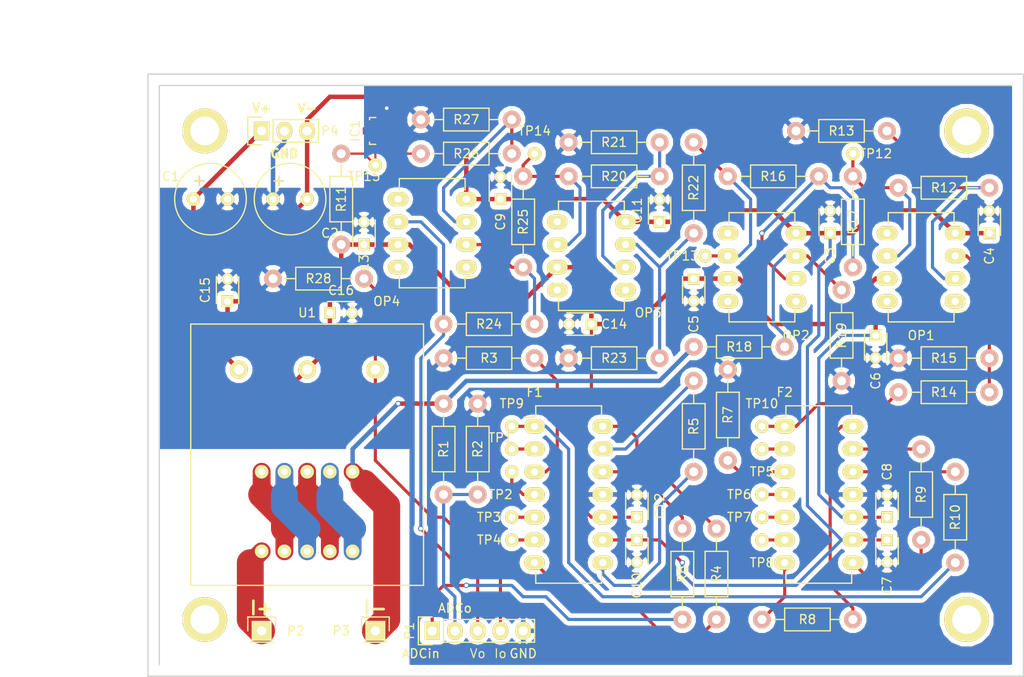
<source format=kicad_pcb>
(kicad_pcb (version 4) (host pcbnew "(2015-08-28 BZR 6132)-product")
  (layers (0 F.Cu signal) (31 B.Cu signal) (34 B.Paste user) (35 F.Paste user) (36 B.SilkS user) (37 F.SilkS user) (38 B.Mask user) (39 F.Mask user) (44 Edge.Cuts user))
  (net 0 "")
  (net 1 GND)
  (net 2 /V+)
  (net 3 /V-)
  (net 4 /LPVO)
  (net 5 /NC1)
  (net 6 "Net-(F1-Pad3)")
  (net 7 /NC2)
  (net 8 /NC3)
  (net 9 /NC4)
  (net 10 "Net-(F1-Pad7)")
  (net 11 "Net-(F1-Pad8)")
  (net 12 "Net-(F1-Pad12)")
  (net 13 "Net-(F1-Pad13)")
  (net 14 "Net-(F1-Pad14)")
  (net 15 /FO)
  (net 16 /NC5)
  (net 17 "Net-(F2-Pad3)")
  (net 18 /NC6)
  (net 19 /NC7)
  (net 20 /NC8)
  (net 21 "Net-(F2-Pad7)")
  (net 22 "Net-(F2-Pad8)")
  (net 23 "Net-(F2-Pad12)")
  (net 24 "Net-(F2-Pad13)")
  (net 25 "Net-(F2-Pad14)")
  (net 26 /Vref)
  (net 27 "Net-(OP1-Pad2)")
  (net 28 "Net-(OP1-Pad3)")
  (net 29 /OP1-OUT)
  (net 30 "Net-(OP2-Pad2)")
  (net 31 "Net-(OP2-Pad3)")
  (net 32 /OP2-OUT)
  (net 33 "Net-(OP3-Pad2)")
  (net 34 "Net-(OP3-Pad3)")
  (net 35 /OP3-OUT)
  (net 36 "Net-(OP4-Pad2)")
  (net 37 "Net-(OP4-Pad3)")
  (net 38 /Vo)
  (net 39 /ADCin)
  (net 40 /ADCo)
  (net 41 /Io)
  (net 42 /I+)
  (net 43 /I-)
  (net 44 "Net-(U1-Pad10)")
  (net 45 "Net-(U1-Pad3)")
  (net 46 "Net-(U1-Pad4)")
  (net 47 "Net-(U1-Pad5)")
  (module Connect:1pin (layer F.Cu) (at 161.29 38.1)
    (fp_text reference REF** hide)
    (fp_text value 1pin hide)
    (pad 1 thru_hole circle (at 0 0) (size 5 5) (drill 3.2) (layers *.Cu *.Mask F.SilkS))
  )
  (module Connect:1pin (layer F.Cu) (at 76.2 38.1)
    (fp_text reference REF** hide)
    (fp_text value 1pin hide)
    (pad 1 thru_hole circle (at 0 0) (size 5 5) (drill 3.2) (layers *.Cu *.Mask F.SilkS))
  )
  (module Connect:1pin (layer F.Cu) (at 76.2 92.71)
    (fp_text reference REF** hide)
    (fp_text value 1pin hide)
    (pad 1 thru_hole circle (at 0 0) (size 5 5) (drill 3.2) (layers *.Cu *.Mask F.SilkS))
  )
  (module Capacitors_Elko_ThroughHole:Elko_vert_11.5x8mm_RM3.5 (layer F.Cu) (at 74.93 45.72)
    (fp_text reference C1 (at -2.54 -2.54) (layer F.SilkS))
    (fp_text value CP)
    (fp_line (start 0.635 -2.54) (end 0.635 -1.524) (layer F.Cu) (width 0.15))
    (fp_line (start 0.127 -2.032) (end 1.143 -2.032) (layer F.Cu) (width 0.15))
    (pad 2 thru_hole circle (at 3.81 0) (size 1.50114 1.50114) (drill 0.8001) (layers *.Cu *.Mask F.SilkS) (net 1 GND))
    (pad 1 thru_hole circle (at 0 0) (size 1.50114 1.50114) (drill 0.8001) (layers *.Cu *.Mask F.SilkS) (net 2 /V+))
  )
  (module Capacitors_Elko_ThroughHole:Elko_vert_11.5x8mm_RM3.5 (layer F.Cu) (at 83.82 45.72)
    (fp_text reference C2 (at 6.35 3.81) (layer F.SilkS))
    (fp_text value CP)
    (fp_line (start 0.635 -2.54) (end 0.635 -1.524) (layer F.Cu) (width 0.15))
    (fp_line (start 0.127 -2.032) (end 1.143 -2.032) (layer F.Cu) (width 0.15))
    (pad 2 thru_hole circle (at 3.81 0) (size 1.50114 1.50114) (drill 0.8001) (layers *.Cu *.Mask F.SilkS) (net 3 /V-))
    (pad 1 thru_hole circle (at 0 0) (size 1.50114 1.50114) (drill 0.8001) (layers *.Cu *.Mask F.SilkS) (net 1 GND))
  )
  (module Housings_DIP:DIP-14_W7.62mm_LongPads (layer F.Cu) (at 113.03 71.12)
    (fp_text reference F1 (at 0 -3.81) (layer F.SilkS))
    (fp_text value UAF42AP hide)
    (pad 1 thru_hole oval (at 0 0) (size 2.3 1.6) (drill 0.8) (layers *.Cu *.Mask F.SilkS) (net 4 /LPVO))
    (pad 2 thru_hole oval (at 0 2.54) (size 2.3 1.6) (drill 0.8) (layers *.Cu *.Mask F.SilkS) (net 5 /NC1))
    (pad 3 thru_hole oval (at 0 5.08) (size 2.3 1.6) (drill 0.8) (layers *.Cu *.Mask F.SilkS) (net 6 "Net-(F1-Pad3)"))
    (pad 4 thru_hole oval (at 0 7.62) (size 2.3 1.6) (drill 0.8) (layers *.Cu *.Mask F.SilkS) (net 7 /NC2))
    (pad 5 thru_hole oval (at 0 10.16) (size 2.3 1.6) (drill 0.8) (layers *.Cu *.Mask F.SilkS) (net 8 /NC3))
    (pad 6 thru_hole oval (at 0 12.7) (size 2.3 1.6) (drill 0.8) (layers *.Cu *.Mask F.SilkS) (net 9 /NC4))
    (pad 7 thru_hole oval (at 0 15.24) (size 2.3 1.6) (drill 0.8) (layers *.Cu *.Mask F.SilkS) (net 10 "Net-(F1-Pad7)"))
    (pad 8 thru_hole oval (at 7.62 15.24) (size 2.3 1.6) (drill 0.8) (layers *.Cu *.Mask F.SilkS) (net 11 "Net-(F1-Pad8)"))
    (pad 9 thru_hole oval (at 7.62 12.7) (size 2.3 1.6) (drill 0.8) (layers *.Cu *.Mask F.SilkS) (net 3 /V-))
    (pad 10 thru_hole oval (at 7.62 10.16) (size 2.3 1.6) (drill 0.8) (layers *.Cu *.Mask F.SilkS) (net 2 /V+))
    (pad 11 thru_hole oval (at 7.62 7.62) (size 2.3 1.6) (drill 0.8) (layers *.Cu *.Mask F.SilkS) (net 1 GND))
    (pad 12 thru_hole oval (at 7.62 5.08) (size 2.3 1.6) (drill 0.8) (layers *.Cu *.Mask F.SilkS) (net 12 "Net-(F1-Pad12)"))
    (pad 13 thru_hole oval (at 7.62 2.54) (size 2.3 1.6) (drill 0.8) (layers *.Cu *.Mask F.SilkS) (net 13 "Net-(F1-Pad13)"))
    (pad 14 thru_hole oval (at 7.62 0) (size 2.3 1.6) (drill 0.8) (layers *.Cu *.Mask F.SilkS) (net 14 "Net-(F1-Pad14)"))
  )
  (module Housings_DIP:DIP-14_W7.62mm_LongPads (layer F.Cu) (at 140.97 71.12)
    (fp_text reference F2 (at 0 -3.81) (layer F.SilkS))
    (fp_text value UAF42AP hide)
    (pad 1 thru_hole oval (at 0 0) (size 2.3 1.6) (drill 0.8) (layers *.Cu *.Mask F.SilkS) (net 15 /FO))
    (pad 2 thru_hole oval (at 0 2.54) (size 2.3 1.6) (drill 0.8) (layers *.Cu *.Mask F.SilkS) (net 16 /NC5))
    (pad 3 thru_hole oval (at 0 5.08) (size 2.3 1.6) (drill 0.8) (layers *.Cu *.Mask F.SilkS) (net 17 "Net-(F2-Pad3)"))
    (pad 4 thru_hole oval (at 0 7.62) (size 2.3 1.6) (drill 0.8) (layers *.Cu *.Mask F.SilkS) (net 18 /NC6))
    (pad 5 thru_hole oval (at 0 10.16) (size 2.3 1.6) (drill 0.8) (layers *.Cu *.Mask F.SilkS) (net 19 /NC7))
    (pad 6 thru_hole oval (at 0 12.7) (size 2.3 1.6) (drill 0.8) (layers *.Cu *.Mask F.SilkS) (net 20 /NC8))
    (pad 7 thru_hole oval (at 0 15.24) (size 2.3 1.6) (drill 0.8) (layers *.Cu *.Mask F.SilkS) (net 21 "Net-(F2-Pad7)"))
    (pad 8 thru_hole oval (at 7.62 15.24) (size 2.3 1.6) (drill 0.8) (layers *.Cu *.Mask F.SilkS) (net 22 "Net-(F2-Pad8)"))
    (pad 9 thru_hole oval (at 7.62 12.7) (size 2.3 1.6) (drill 0.8) (layers *.Cu *.Mask F.SilkS) (net 3 /V-))
    (pad 10 thru_hole oval (at 7.62 10.16) (size 2.3 1.6) (drill 0.8) (layers *.Cu *.Mask F.SilkS) (net 2 /V+))
    (pad 11 thru_hole oval (at 7.62 7.62) (size 2.3 1.6) (drill 0.8) (layers *.Cu *.Mask F.SilkS) (net 1 GND))
    (pad 12 thru_hole oval (at 7.62 5.08) (size 2.3 1.6) (drill 0.8) (layers *.Cu *.Mask F.SilkS) (net 23 "Net-(F2-Pad12)"))
    (pad 13 thru_hole oval (at 7.62 2.54) (size 2.3 1.6) (drill 0.8) (layers *.Cu *.Mask F.SilkS) (net 24 "Net-(F2-Pad13)"))
    (pad 14 thru_hole oval (at 7.62 0) (size 2.3 1.6) (drill 0.8) (layers *.Cu *.Mask F.SilkS) (net 25 "Net-(F2-Pad14)"))
  )
  (module TO_SOT_Packages_SMD:SOT-23 (layer F.Cu) (at 95.25 38.1 90)
    (fp_text reference IC1 (at 0 -2.25 90) (layer F.SilkS))
    (fp_text value LM4040 hide)
    (pad 1 smd rect (at -0.95 1.00076 90) (size 0.8001 0.8001) (layers F.Cu F.Paste F.Mask) (net 26 /Vref))
    (pad 2 smd rect (at 0.95 1.00076 90) (size 0.8001 0.8001) (layers F.Cu F.Paste F.Mask) (net 1 GND))
    (pad 3 smd rect (at 0 -0.99822 90) (size 0.8001 0.8001) (layers F.Cu F.Paste F.Mask))
  )
  (module Housings_DIP:DIP-8_W7.62mm_LongPads (layer F.Cu) (at 160.02 57.15 180)
    (fp_text reference OP1 (at 3.81 -3.81 180) (layer F.SilkS))
    (fp_text value LT1097 hide)
    (pad 1 thru_hole oval (at 0 0 180) (size 2.3 1.6) (drill 0.8) (layers *.Cu *.Mask F.SilkS))
    (pad 2 thru_hole oval (at 0 2.54 180) (size 2.3 1.6) (drill 0.8) (layers *.Cu *.Mask F.SilkS) (net 27 "Net-(OP1-Pad2)"))
    (pad 3 thru_hole oval (at 0 5.08 180) (size 2.3 1.6) (drill 0.8) (layers *.Cu *.Mask F.SilkS) (net 28 "Net-(OP1-Pad3)"))
    (pad 4 thru_hole oval (at 0 7.62 180) (size 2.3 1.6) (drill 0.8) (layers *.Cu *.Mask F.SilkS) (net 3 /V-))
    (pad 5 thru_hole oval (at 7.62 7.62 180) (size 2.3 1.6) (drill 0.8) (layers *.Cu *.Mask F.SilkS))
    (pad 6 thru_hole oval (at 7.62 5.08 180) (size 2.3 1.6) (drill 0.8) (layers *.Cu *.Mask F.SilkS) (net 29 /OP1-OUT))
    (pad 7 thru_hole oval (at 7.62 2.54 180) (size 2.3 1.6) (drill 0.8) (layers *.Cu *.Mask F.SilkS) (net 2 /V+))
    (pad 8 thru_hole oval (at 7.62 0 180) (size 2.3 1.6) (drill 0.8) (layers *.Cu *.Mask F.SilkS))
  )
  (module Housings_DIP:DIP-8_W7.62mm_LongPads (layer F.Cu) (at 142.24 57.15 180)
    (fp_text reference OP2 (at 0 -3.81 180) (layer F.SilkS))
    (fp_text value LT1097 hide)
    (pad 1 thru_hole oval (at 0 0 180) (size 2.3 1.6) (drill 0.8) (layers *.Cu *.Mask F.SilkS))
    (pad 2 thru_hole oval (at 0 2.54 180) (size 2.3 1.6) (drill 0.8) (layers *.Cu *.Mask F.SilkS) (net 30 "Net-(OP2-Pad2)"))
    (pad 3 thru_hole oval (at 0 5.08 180) (size 2.3 1.6) (drill 0.8) (layers *.Cu *.Mask F.SilkS) (net 31 "Net-(OP2-Pad3)"))
    (pad 4 thru_hole oval (at 0 7.62 180) (size 2.3 1.6) (drill 0.8) (layers *.Cu *.Mask F.SilkS) (net 3 /V-))
    (pad 5 thru_hole oval (at 7.62 7.62 180) (size 2.3 1.6) (drill 0.8) (layers *.Cu *.Mask F.SilkS))
    (pad 6 thru_hole oval (at 7.62 5.08 180) (size 2.3 1.6) (drill 0.8) (layers *.Cu *.Mask F.SilkS) (net 32 /OP2-OUT))
    (pad 7 thru_hole oval (at 7.62 2.54 180) (size 2.3 1.6) (drill 0.8) (layers *.Cu *.Mask F.SilkS) (net 2 /V+))
    (pad 8 thru_hole oval (at 7.62 0 180) (size 2.3 1.6) (drill 0.8) (layers *.Cu *.Mask F.SilkS))
  )
  (module Housings_DIP:DIP-8_W7.62mm_LongPads (layer F.Cu) (at 123.19 55.88 180)
    (fp_text reference OP3 (at -2.54 -2.54 180) (layer F.SilkS))
    (fp_text value LT1097 hide)
    (pad 1 thru_hole oval (at 0 0 180) (size 2.3 1.6) (drill 0.8) (layers *.Cu *.Mask F.SilkS))
    (pad 2 thru_hole oval (at 0 2.54 180) (size 2.3 1.6) (drill 0.8) (layers *.Cu *.Mask F.SilkS) (net 33 "Net-(OP3-Pad2)"))
    (pad 3 thru_hole oval (at 0 5.08 180) (size 2.3 1.6) (drill 0.8) (layers *.Cu *.Mask F.SilkS) (net 34 "Net-(OP3-Pad3)"))
    (pad 4 thru_hole oval (at 0 7.62 180) (size 2.3 1.6) (drill 0.8) (layers *.Cu *.Mask F.SilkS) (net 3 /V-))
    (pad 5 thru_hole oval (at 7.62 7.62 180) (size 2.3 1.6) (drill 0.8) (layers *.Cu *.Mask F.SilkS))
    (pad 6 thru_hole oval (at 7.62 5.08 180) (size 2.3 1.6) (drill 0.8) (layers *.Cu *.Mask F.SilkS) (net 35 /OP3-OUT))
    (pad 7 thru_hole oval (at 7.62 2.54 180) (size 2.3 1.6) (drill 0.8) (layers *.Cu *.Mask F.SilkS) (net 2 /V+))
    (pad 8 thru_hole oval (at 7.62 0 180) (size 2.3 1.6) (drill 0.8) (layers *.Cu *.Mask F.SilkS))
  )
  (module Housings_DIP:DIP-8_W7.62mm_LongPads (layer F.Cu) (at 105.41 53.34 180)
    (fp_text reference OP4 (at 8.89 -3.81 180) (layer F.SilkS))
    (fp_text value LT1097 hide)
    (pad 1 thru_hole oval (at 0 0 180) (size 2.3 1.6) (drill 0.8) (layers *.Cu *.Mask F.SilkS))
    (pad 2 thru_hole oval (at 0 2.54 180) (size 2.3 1.6) (drill 0.8) (layers *.Cu *.Mask F.SilkS) (net 36 "Net-(OP4-Pad2)"))
    (pad 3 thru_hole oval (at 0 5.08 180) (size 2.3 1.6) (drill 0.8) (layers *.Cu *.Mask F.SilkS) (net 37 "Net-(OP4-Pad3)"))
    (pad 4 thru_hole oval (at 0 7.62 180) (size 2.3 1.6) (drill 0.8) (layers *.Cu *.Mask F.SilkS) (net 3 /V-))
    (pad 5 thru_hole oval (at 7.62 7.62 180) (size 2.3 1.6) (drill 0.8) (layers *.Cu *.Mask F.SilkS))
    (pad 6 thru_hole oval (at 7.62 5.08 180) (size 2.3 1.6) (drill 0.8) (layers *.Cu *.Mask F.SilkS) (net 38 /Vo))
    (pad 7 thru_hole oval (at 7.62 2.54 180) (size 2.3 1.6) (drill 0.8) (layers *.Cu *.Mask F.SilkS) (net 2 /V+))
    (pad 8 thru_hole oval (at 7.62 0 180) (size 2.3 1.6) (drill 0.8) (layers *.Cu *.Mask F.SilkS))
  )
  (module Pin_Headers:Pin_Header_Straight_1x05 (layer F.Cu) (at 101.6 93.98 90)
    (fp_text reference P1 (at 0 -2.54 90) (layer F.SilkS))
    (fp_text value CONN_01X05 hide)
    (pad 1 thru_hole rect (at 0 0 90) (size 2.032 1.7272) (drill 1.016) (layers *.Cu *.Mask F.SilkS) (net 39 /ADCin))
    (pad 2 thru_hole oval (at 0 2.54 90) (size 2.032 1.7272) (drill 1.016) (layers *.Cu *.Mask F.SilkS) (net 40 /ADCo))
    (pad 3 thru_hole oval (at 0 5.08 90) (size 2.032 1.7272) (drill 1.016) (layers *.Cu *.Mask F.SilkS) (net 38 /Vo))
    (pad 4 thru_hole oval (at 0 7.62 90) (size 2.032 1.7272) (drill 1.016) (layers *.Cu *.Mask F.SilkS) (net 41 /Io))
    (pad 5 thru_hole oval (at 0 10.16 90) (size 2.032 1.7272) (drill 1.016) (layers *.Cu *.Mask F.SilkS) (net 1 GND))
  )
  (module Pin_Headers:Pin_Header_Straight_1x01 (layer F.Cu) (at 82.55 93.98)
    (fp_text reference P2 (at 3.81 0) (layer F.SilkS))
    (fp_text value CONN_01X01 hide)
    (pad 1 thru_hole rect (at 0 0) (size 2.2352 2.2352) (drill 1.016) (layers *.Cu *.Mask F.SilkS) (net 42 /I+))
  )
  (module Pin_Headers:Pin_Header_Straight_1x01 (layer F.Cu) (at 95.25 93.98)
    (fp_text reference P3 (at -3.81 0) (layer F.SilkS))
    (fp_text value CONN_01X01 hide)
    (pad 1 thru_hole rect (at 0 0) (size 2.2352 2.2352) (drill 1.016) (layers *.Cu *.Mask F.SilkS) (net 43 /I-))
  )
  (module Pin_Headers:Pin_Header_Straight_1x03 (layer F.Cu) (at 82.55 38.1 90)
    (fp_text reference P4 (at 0 7.62 180) (layer F.SilkS))
    (fp_text value CONN_01X03 hide)
    (pad 1 thru_hole rect (at 0 0 90) (size 2.032 1.7272) (drill 1.016) (layers *.Cu *.Mask F.SilkS) (net 2 /V+))
    (pad 2 thru_hole oval (at 0 2.54 90) (size 2.032 1.7272) (drill 1.016) (layers *.Cu *.Mask F.SilkS) (net 1 GND))
    (pad 3 thru_hole oval (at 0 5.08 90) (size 2.032 1.7272) (drill 1.016) (layers *.Cu *.Mask F.SilkS) (net 3 /V-))
  )
  (module Measurement_Points:Measurement_Point_Round-TH_Small (layer F.Cu) (at 110.49 73.66)
    (fp_text reference TP1 (at -1.27 -1.27) (layer F.SilkS))
    (fp_text value TEST_POINT hide)
    (pad 1 thru_hole circle (at 0 0) (size 1.50114 1.50114) (drill 0.8001) (layers *.Cu *.Mask F.SilkS) (net 5 /NC1))
  )
  (module Measurement_Points:Measurement_Point_Round-TH_Small (layer F.Cu) (at 110.49 76.2)
    (fp_text reference TP2 (at -1.27 2.54) (layer F.SilkS))
    (fp_text value TEST_POINT hide)
    (pad 1 thru_hole circle (at 0 0) (size 1.50114 1.50114) (drill 0.8001) (layers *.Cu *.Mask F.SilkS) (net 7 /NC2))
  )
  (module Measurement_Points:Measurement_Point_Round-TH_Small (layer F.Cu) (at 110.49 81.28)
    (fp_text reference TP3 (at -2.54 0) (layer F.SilkS))
    (fp_text value TEST_POINT hide)
    (pad 1 thru_hole circle (at 0 0) (size 1.50114 1.50114) (drill 0.8001) (layers *.Cu *.Mask F.SilkS) (net 8 /NC3))
  )
  (module Measurement_Points:Measurement_Point_Round-TH_Small (layer F.Cu) (at 110.49 83.82)
    (fp_text reference TP4 (at -2.54 0) (layer F.SilkS))
    (fp_text value TEST_POINT hide)
    (pad 1 thru_hole circle (at 0 0) (size 1.50114 1.50114) (drill 0.8001) (layers *.Cu *.Mask F.SilkS) (net 9 /NC4))
  )
  (module Measurement_Points:Measurement_Point_Round-TH_Small (layer F.Cu) (at 138.43 73.66)
    (fp_text reference TP5 (at 0 2.54) (layer F.SilkS))
    (fp_text value TEST_POINT hide)
    (pad 1 thru_hole circle (at 0 0) (size 1.50114 1.50114) (drill 0.8001) (layers *.Cu *.Mask F.SilkS) (net 16 /NC5))
  )
  (module Measurement_Points:Measurement_Point_Round-TH_Small (layer F.Cu) (at 138.43 78.74)
    (fp_text reference TP6 (at -2.54 0) (layer F.SilkS))
    (fp_text value TEST_POINT hide)
    (pad 1 thru_hole circle (at 0 0) (size 1.50114 1.50114) (drill 0.8001) (layers *.Cu *.Mask F.SilkS) (net 18 /NC6))
  )
  (module Measurement_Points:Measurement_Point_Round-TH_Small (layer F.Cu) (at 138.43 81.28)
    (fp_text reference TP7 (at -2.54 0) (layer F.SilkS))
    (fp_text value TEST_POINT hide)
    (pad 1 thru_hole circle (at 0 0) (size 1.50114 1.50114) (drill 0.8001) (layers *.Cu *.Mask F.SilkS) (net 19 /NC7))
  )
  (module Measurement_Points:Measurement_Point_Round-TH_Small (layer F.Cu) (at 138.43 83.82)
    (fp_text reference TP8 (at 0 2.54) (layer F.SilkS))
    (fp_text value TEST_POINT hide)
    (pad 1 thru_hole circle (at 0 0) (size 1.50114 1.50114) (drill 0.8001) (layers *.Cu *.Mask F.SilkS) (net 20 /NC8))
  )
  (module Measurement_Points:Measurement_Point_Round-TH_Small (layer F.Cu) (at 110.49 71.12)
    (fp_text reference TP9 (at 0 -2.54) (layer F.SilkS))
    (fp_text value TEST_POINT hide)
    (pad 1 thru_hole circle (at 0 0) (size 1.50114 1.50114) (drill 0.8001) (layers *.Cu *.Mask F.SilkS) (net 4 /LPVO))
  )
  (module Measurement_Points:Measurement_Point_Round-TH_Small (layer F.Cu) (at 138.43 71.12)
    (fp_text reference TP10 (at 0 -2.54) (layer F.SilkS))
    (fp_text value TEST_POINT hide)
    (pad 1 thru_hole circle (at 0 0) (size 1.50114 1.50114) (drill 0.8001) (layers *.Cu *.Mask F.SilkS) (net 15 /FO))
  )
  (module Measurement_Points:Measurement_Point_Round-TH_Small (layer F.Cu) (at 148.59 40.64)
    (fp_text reference TP12 (at 2.54 0) (layer F.SilkS))
    (fp_text value TEST_POINT hide)
    (pad 1 thru_hole circle (at 0 0) (size 1.50114 1.50114) (drill 0.8001) (layers *.Cu *.Mask F.SilkS) (net 29 /OP1-OUT))
  )
  (module Measurement_Points:Measurement_Point_Round-TH_Small (layer F.Cu) (at 132.08 52.07)
    (fp_text reference TP13 (at -2.54 0) (layer F.SilkS))
    (fp_text value TEST_POINT hide)
    (pad 1 thru_hole circle (at 0 0) (size 1.50114 1.50114) (drill 0.8001) (layers *.Cu *.Mask F.SilkS) (net 32 /OP2-OUT))
  )
  (module Measurement_Points:Measurement_Point_Round-TH_Small (layer F.Cu) (at 113.03 40.64)
    (fp_text reference TP14 (at 0 -2.54) (layer F.SilkS))
    (fp_text value TEST_POINT hide)
    (pad 1 thru_hole circle (at 0 0) (size 1.50114 1.50114) (drill 0.8001) (layers *.Cu *.Mask F.SilkS) (net 35 /OP3-OUT))
  )
  (module Measurement_Points:Measurement_Point_Round-TH_Small (layer F.Cu) (at 95.25 41.91)
    (fp_text reference TP15 (at -1.27 1.27) (layer F.SilkS))
    (fp_text value TEST_POINT hide)
    (pad 1 thru_hole circle (at 0 0) (size 1.50114 1.50114) (drill 0.8001) (layers *.Cu *.Mask F.SilkS) (net 26 /Vref))
  )
  (module "Custom Footprints:LA25" (layer F.Cu) (at 88.9 78.74 180)
    (fp_text reference U1 (at 1.27 20.32 180) (layer F.SilkS))
    (fp_text value LA25)
    (pad 1 thru_hole circle (at 6.35 -6.35 180) (size 1.524 1.524) (drill 0.762) (layers *.Cu *.Mask F.SilkS) (net 42 /I+))
    (pad 2 thru_hole circle (at 3.81 -6.35 180) (size 1.524 1.524) (drill 0.762) (layers *.Cu *.Mask F.SilkS) (net 44 "Net-(U1-Pad10)"))
    (pad 3 thru_hole circle (at 1.27 -6.35 180) (size 1.524 1.524) (drill 0.762) (layers *.Cu *.Mask F.SilkS) (net 45 "Net-(U1-Pad3)"))
    (pad 4 thru_hole circle (at -1.27 -6.35 180) (size 1.524 1.524) (drill 0.762) (layers *.Cu *.Mask F.SilkS) (net 46 "Net-(U1-Pad4)"))
    (pad 5 thru_hole circle (at -3.81 -6.35 180) (size 1.524 1.524) (drill 0.762) (layers *.Cu *.Mask F.SilkS) (net 47 "Net-(U1-Pad5)"))
    (pad 10 thru_hole circle (at 6.35 2.54 180) (size 1.524 1.524) (drill 0.762) (layers *.Cu *.Mask F.SilkS) (net 44 "Net-(U1-Pad10)"))
    (pad 9 thru_hole circle (at 3.81 2.54 180) (size 1.524 1.524) (drill 0.762) (layers *.Cu *.Mask F.SilkS) (net 45 "Net-(U1-Pad3)"))
    (pad 8 thru_hole circle (at 1.27 2.54 180) (size 1.524 1.524) (drill 0.762) (layers *.Cu *.Mask F.SilkS) (net 46 "Net-(U1-Pad4)"))
    (pad 7 thru_hole circle (at -1.27 2.54 180) (size 1.524 1.524) (drill 0.762) (layers *.Cu *.Mask F.SilkS) (net 47 "Net-(U1-Pad5)"))
    (pad 6 thru_hole circle (at -3.81 2.54 180) (size 1.524 1.524) (drill 0.762) (layers *.Cu *.Mask F.SilkS) (net 43 /I-))
    (pad 11 thru_hole circle (at 1.27 13.97 180) (size 2 2) (drill 1.1) (layers *.Cu *.Mask F.SilkS) (net 2 /V+))
    (pad 13 thru_hole circle (at 8.89 13.97 180) (size 2 2) (drill 1.1) (layers *.Cu *.Mask F.SilkS) (net 3 /V-))
    (pad 12 thru_hole circle (at -6.35 13.97 180) (size 2 2) (drill 1.1) (layers *.Cu *.Mask F.SilkS) (net 41 /Io))
  )
  (module Connect:1pin (layer F.Cu) (at 161.29 92.71)
    (fp_text reference REF** hide)
    (fp_text value 1pin hide)
    (pad 1 thru_hole circle (at 0 0) (size 5 5) (drill 3.2) (layers *.Cu *.Mask F.SilkS))
  )
  (module Capacitors_ThroughHole:C_Disc_D3_P2.5 (layer F.Cu) (at 146.05 49.53 90)
    (fp_text reference C3 (at -2.54 0 90) (layer F.SilkS))
    (fp_text value C_Small hide)
    (pad 1 thru_hole rect (at 0 0 90) (size 1.3 1.3) (drill 0.8) (layers *.Cu *.Mask F.SilkS) (net 3 /V-))
    (pad 2 thru_hole circle (at 2.5 0 90) (size 1.3 1.3) (drill 0.8001) (layers *.Cu *.Mask F.SilkS) (net 1 GND))
  )
  (module Capacitors_ThroughHole:C_Disc_D3_P2.5 (layer F.Cu) (at 163.83 49.53 90)
    (fp_text reference C4 (at -2.54 0 90) (layer F.SilkS))
    (fp_text value C_Small hide)
    (pad 1 thru_hole rect (at 0 0 90) (size 1.3 1.3) (drill 0.8) (layers *.Cu *.Mask F.SilkS) (net 3 /V-))
    (pad 2 thru_hole circle (at 2.5 0 90) (size 1.3 1.3) (drill 0.8001) (layers *.Cu *.Mask F.SilkS) (net 1 GND))
  )
  (module Capacitors_ThroughHole:C_Disc_D3_P2.5 (layer F.Cu) (at 130.81 54.61 270)
    (fp_text reference C5 (at 5.08 0 270) (layer F.SilkS))
    (fp_text value C_Small hide)
    (pad 1 thru_hole rect (at 0 0 270) (size 1.3 1.3) (drill 0.8) (layers *.Cu *.Mask F.SilkS) (net 2 /V+))
    (pad 2 thru_hole circle (at 2.5 0 270) (size 1.3 1.3) (drill 0.8001) (layers *.Cu *.Mask F.SilkS) (net 1 GND))
  )
  (module Capacitors_ThroughHole:C_Disc_D3_P2.5 (layer F.Cu) (at 151.13 60.96 270)
    (fp_text reference C6 (at 5.08 0 270) (layer F.SilkS))
    (fp_text value C_Small hide)
    (pad 1 thru_hole rect (at 0 0 270) (size 1.3 1.3) (drill 0.8) (layers *.Cu *.Mask F.SilkS) (net 2 /V+))
    (pad 2 thru_hole circle (at 2.5 0 270) (size 1.3 1.3) (drill 0.8001) (layers *.Cu *.Mask F.SilkS) (net 1 GND))
  )
  (module Capacitors_ThroughHole:C_Disc_D3_P2.5 (layer F.Cu) (at 152.4 83.82 270)
    (fp_text reference C7 (at 5.08 0 270) (layer F.SilkS))
    (fp_text value C_Small hide)
    (pad 1 thru_hole rect (at 0 0 270) (size 1.3 1.3) (drill 0.8) (layers *.Cu *.Mask F.SilkS) (net 3 /V-))
    (pad 2 thru_hole circle (at 2.5 0 270) (size 1.3 1.3) (drill 0.8001) (layers *.Cu *.Mask F.SilkS) (net 1 GND))
  )
  (module Capacitors_ThroughHole:C_Disc_D3_P2.5 (layer F.Cu) (at 152.4 81.28 90)
    (fp_text reference C8 (at 5.08 0 90) (layer F.SilkS))
    (fp_text value C_Small hide)
    (pad 1 thru_hole rect (at 0 0 90) (size 1.3 1.3) (drill 0.8) (layers *.Cu *.Mask F.SilkS) (net 2 /V+))
    (pad 2 thru_hole circle (at 2.5 0 90) (size 1.3 1.3) (drill 0.8001) (layers *.Cu *.Mask F.SilkS) (net 1 GND))
  )
  (module Capacitors_ThroughHole:C_Disc_D3_P2.5 (layer F.Cu) (at 109.22 45.72 90)
    (fp_text reference C9 (at -2.54 0 90) (layer F.SilkS))
    (fp_text value C_Small hide)
    (pad 1 thru_hole rect (at 0 0 90) (size 1.3 1.3) (drill 0.8) (layers *.Cu *.Mask F.SilkS) (net 3 /V-))
    (pad 2 thru_hole circle (at 2.5 0 90) (size 1.3 1.3) (drill 0.8001) (layers *.Cu *.Mask F.SilkS) (net 1 GND))
  )
  (module Capacitors_ThroughHole:C_Disc_D3_P2.5 (layer F.Cu) (at 124.46 83.82 270)
    (fp_text reference C10 (at 5.08 0 270) (layer F.SilkS))
    (fp_text value C_Small hide)
    (pad 1 thru_hole rect (at 0 0 270) (size 1.3 1.3) (drill 0.8) (layers *.Cu *.Mask F.SilkS) (net 3 /V-))
    (pad 2 thru_hole circle (at 2.5 0 270) (size 1.3 1.3) (drill 0.8001) (layers *.Cu *.Mask F.SilkS) (net 1 GND))
  )
  (module Capacitors_ThroughHole:C_Disc_D3_P2.5 (layer F.Cu) (at 127 48.26 90)
    (fp_text reference C11 (at 1.25 -2.5 90) (layer F.SilkS))
    (fp_text value C_Small hide)
    (pad 1 thru_hole rect (at 0 0 90) (size 1.3 1.3) (drill 0.8) (layers *.Cu *.Mask F.SilkS) (net 3 /V-))
    (pad 2 thru_hole circle (at 2.5 0 90) (size 1.3 1.3) (drill 0.8001) (layers *.Cu *.Mask F.SilkS) (net 1 GND))
  )
  (module Capacitors_ThroughHole:C_Disc_D3_P2.5 (layer F.Cu) (at 124.46 81.28 90)
    (fp_text reference C12 (at 1.27 2.54 90) (layer F.SilkS))
    (fp_text value C_Small hide)
    (pad 1 thru_hole rect (at 0 0 90) (size 1.3 1.3) (drill 0.8) (layers *.Cu *.Mask F.SilkS) (net 2 /V+))
    (pad 2 thru_hole circle (at 2.5 0 90) (size 1.3 1.3) (drill 0.8001) (layers *.Cu *.Mask F.SilkS) (net 1 GND))
  )
  (module Capacitors_ThroughHole:C_Disc_D3_P2.5 (layer F.Cu) (at 93.98 50.8 90)
    (fp_text reference C13 (at -2.54 0 90) (layer F.SilkS))
    (fp_text value C_Small hide)
    (pad 1 thru_hole rect (at 0 0 90) (size 1.3 1.3) (drill 0.8) (layers *.Cu *.Mask F.SilkS) (net 2 /V+))
    (pad 2 thru_hole circle (at 2.5 0 90) (size 1.3 1.3) (drill 0.8001) (layers *.Cu *.Mask F.SilkS) (net 1 GND))
  )
  (module Capacitors_ThroughHole:C_Disc_D3_P2.5 (layer F.Cu) (at 119.38 59.69 180)
    (fp_text reference C14 (at -2.54 0 180) (layer F.SilkS))
    (fp_text value C_Small hide)
    (pad 1 thru_hole rect (at 0 0 180) (size 1.3 1.3) (drill 0.8) (layers *.Cu *.Mask F.SilkS) (net 2 /V+))
    (pad 2 thru_hole circle (at 2.5 0 180) (size 1.3 1.3) (drill 0.8001) (layers *.Cu *.Mask F.SilkS) (net 1 GND))
  )
  (module Capacitors_ThroughHole:C_Disc_D3_P2.5 (layer F.Cu) (at 78.74 57.15 90)
    (fp_text reference C15 (at 1.25 -2.5 90) (layer F.SilkS))
    (fp_text value C_Small hide)
    (pad 1 thru_hole rect (at 0 0 90) (size 1.3 1.3) (drill 0.8) (layers *.Cu *.Mask F.SilkS) (net 3 /V-))
    (pad 2 thru_hole circle (at 2.5 0 90) (size 1.3 1.3) (drill 0.8001) (layers *.Cu *.Mask F.SilkS) (net 1 GND))
  )
  (module Capacitors_ThroughHole:C_Disc_D3_P2.5 (layer F.Cu) (at 90.17 58.42)
    (fp_text reference C16 (at 1.25 -2.5) (layer F.SilkS))
    (fp_text value C_Small hide)
    (pad 1 thru_hole rect (at 0 0) (size 1.3 1.3) (drill 0.8) (layers *.Cu *.Mask F.SilkS) (net 2 /V+))
    (pad 2 thru_hole circle (at 2.5 0) (size 1.3 1.3) (drill 0.8001) (layers *.Cu *.Mask F.SilkS) (net 1 GND))
  )
  (module "Custom Footprints:Resistor_Horizontal_RM10mm" (layer F.Cu) (at 102.87 73.66 270)
    (fp_text reference R1 (at 0 0 270) (layer F.SilkS))
    (fp_text value R)
    (pad 1 thru_hole circle (at -5.08 0 270) (size 2 2) (drill 1) (layers *.Cu *.SilkS *.Mask) (net 43 /I-))
    (pad 2 thru_hole circle (at 5.08 0 270) (size 2 2) (drill 1) (layers *.Cu *.SilkS *.Mask) (net 40 /ADCo))
  )
  (module "Custom Footprints:Resistor_Horizontal_RM10mm" (layer F.Cu) (at 106.68 73.66 90)
    (fp_text reference R2 (at 0 0 90) (layer F.SilkS))
    (fp_text value R)
    (pad 1 thru_hole circle (at -5.08 0 90) (size 2 2) (drill 1) (layers *.Cu *.SilkS *.Mask) (net 40 /ADCo))
    (pad 2 thru_hole circle (at 5.08 0 90) (size 2 2) (drill 1) (layers *.Cu *.SilkS *.Mask) (net 1 GND))
  )
  (module "Custom Footprints:Resistor_Horizontal_RM10mm" (layer F.Cu) (at 107.95 63.5 180)
    (fp_text reference R3 (at 0 0 180) (layer F.SilkS))
    (fp_text value R)
    (pad 1 thru_hole circle (at -5.08 0 180) (size 2 2) (drill 1) (layers *.Cu *.SilkS *.Mask) (net 6 "Net-(F1-Pad3)"))
    (pad 2 thru_hole circle (at 5.08 0 180) (size 2 2) (drill 1) (layers *.Cu *.SilkS *.Mask) (net 1 GND))
  )
  (module "Custom Footprints:Resistor_Horizontal_RM10mm" (layer F.Cu) (at 133.35 87.63 90)
    (fp_text reference R4 (at 0 0 90) (layer F.SilkS))
    (fp_text value R)
    (pad 1 thru_hole circle (at -5.08 0 90) (size 2 2) (drill 1) (layers *.Cu *.SilkS *.Mask) (net 10 "Net-(F1-Pad7)"))
    (pad 2 thru_hole circle (at 5.08 0 90) (size 2 2) (drill 1) (layers *.Cu *.SilkS *.Mask) (net 14 "Net-(F1-Pad14)"))
  )
  (module "Custom Footprints:Resistor_Horizontal_RM10mm" (layer F.Cu) (at 130.81 71.12 90)
    (fp_text reference R5 (at 0 0 90) (layer F.SilkS))
    (fp_text value R)
    (pad 1 thru_hole circle (at -5.08 0 90) (size 2 2) (drill 1) (layers *.Cu *.SilkS *.Mask) (net 11 "Net-(F1-Pad8)"))
    (pad 2 thru_hole circle (at 5.08 0 90) (size 2 2) (drill 1) (layers *.Cu *.SilkS *.Mask) (net 13 "Net-(F1-Pad13)"))
  )
  (module "Custom Footprints:Resistor_Horizontal_RM10mm" (layer F.Cu) (at 129.54 87.63 90)
    (fp_text reference R6 (at 0 0 90) (layer F.SilkS))
    (fp_text value R)
    (pad 1 thru_hole circle (at -5.08 0 90) (size 2 2) (drill 1) (layers *.Cu *.SilkS *.Mask) (net 39 /ADCin))
    (pad 2 thru_hole circle (at 5.08 0 90) (size 2 2) (drill 1) (layers *.Cu *.SilkS *.Mask) (net 12 "Net-(F1-Pad12)"))
  )
  (module "Custom Footprints:Resistor_Horizontal_RM10mm" (layer F.Cu) (at 134.62 69.85 90)
    (fp_text reference R7 (at 0 0 90) (layer F.SilkS))
    (fp_text value R)
    (pad 1 thru_hole circle (at -5.08 0 90) (size 2 2) (drill 1) (layers *.Cu *.SilkS *.Mask) (net 17 "Net-(F2-Pad3)"))
    (pad 2 thru_hole circle (at 5.08 0 90) (size 2 2) (drill 1) (layers *.Cu *.SilkS *.Mask) (net 1 GND))
  )
  (module "Custom Footprints:Resistor_Horizontal_RM10mm" (layer F.Cu) (at 143.51 92.71)
    (fp_text reference R8 (at 0 0) (layer F.SilkS))
    (fp_text value R)
    (pad 1 thru_hole circle (at -5.08 0) (size 2 2) (drill 1) (layers *.Cu *.SilkS *.Mask) (net 21 "Net-(F2-Pad7)"))
    (pad 2 thru_hole circle (at 5.08 0) (size 2 2) (drill 1) (layers *.Cu *.SilkS *.Mask) (net 25 "Net-(F2-Pad14)"))
  )
  (module "Custom Footprints:Resistor_Horizontal_RM10mm" (layer F.Cu) (at 156.21 78.74 90)
    (fp_text reference R9 (at 0 0 90) (layer F.SilkS))
    (fp_text value R)
    (pad 1 thru_hole circle (at -5.08 0 90) (size 2 2) (drill 1) (layers *.Cu *.SilkS *.Mask) (net 22 "Net-(F2-Pad8)"))
    (pad 2 thru_hole circle (at 5.08 0 90) (size 2 2) (drill 1) (layers *.Cu *.SilkS *.Mask) (net 24 "Net-(F2-Pad13)"))
  )
  (module "Custom Footprints:Resistor_Horizontal_RM10mm" (layer F.Cu) (at 160.02 81.28 90)
    (fp_text reference R10 (at 0 0 90) (layer F.SilkS))
    (fp_text value R)
    (pad 1 thru_hole circle (at -5.08 0 90) (size 2 2) (drill 1) (layers *.Cu *.SilkS *.Mask) (net 4 /LPVO))
    (pad 2 thru_hole circle (at 5.08 0 90) (size 2 2) (drill 1) (layers *.Cu *.SilkS *.Mask) (net 23 "Net-(F2-Pad12)"))
  )
  (module "Custom Footprints:Resistor_Horizontal_RM10mm" (layer F.Cu) (at 91.44 45.72 270)
    (fp_text reference R11 (at 0 0 270) (layer F.SilkS))
    (fp_text value R)
    (pad 1 thru_hole circle (at -5.08 0 270) (size 2 2) (drill 1) (layers *.Cu *.SilkS *.Mask) (net 26 /Vref))
    (pad 2 thru_hole circle (at 5.08 0 270) (size 2 2) (drill 1) (layers *.Cu *.SilkS *.Mask) (net 2 /V+))
  )
  (module "Custom Footprints:Resistor_Horizontal_RM10mm" (layer F.Cu) (at 158.75 44.45 180)
    (fp_text reference R12 (at 0 0 180) (layer F.SilkS))
    (fp_text value R)
    (pad 1 thru_hole circle (at -5.08 0 180) (size 2 2) (drill 1) (layers *.Cu *.SilkS *.Mask) (net 27 "Net-(OP1-Pad2)"))
    (pad 2 thru_hole circle (at 5.08 0 180) (size 2 2) (drill 1) (layers *.Cu *.SilkS *.Mask) (net 29 /OP1-OUT))
  )
  (module "Custom Footprints:Resistor_Horizontal_RM10mm" (layer F.Cu) (at 147.32 38.1 180)
    (fp_text reference R13 (at 0 0 180) (layer F.SilkS))
    (fp_text value R)
    (pad 1 thru_hole circle (at -5.08 0 180) (size 2 2) (drill 1) (layers *.Cu *.SilkS *.Mask) (net 27 "Net-(OP1-Pad2)"))
    (pad 2 thru_hole circle (at 5.08 0 180) (size 2 2) (drill 1) (layers *.Cu *.SilkS *.Mask) (net 1 GND))
  )
  (module "Custom Footprints:Resistor_Horizontal_RM10mm" (layer F.Cu) (at 158.75 67.31 180)
    (fp_text reference R14 (at 0 0 180) (layer F.SilkS))
    (fp_text value R)
    (pad 1 thru_hole circle (at -5.08 0 180) (size 2 2) (drill 1) (layers *.Cu *.SilkS *.Mask) (net 28 "Net-(OP1-Pad3)"))
    (pad 2 thru_hole circle (at 5.08 0 180) (size 2 2) (drill 1) (layers *.Cu *.SilkS *.Mask) (net 15 /FO))
  )
  (module "Custom Footprints:Resistor_Horizontal_RM10mm" (layer F.Cu) (at 158.75 63.5)
    (fp_text reference R15 (at 0 0) (layer F.SilkS))
    (fp_text value R)
    (pad 1 thru_hole circle (at -5.08 0) (size 2 2) (drill 1) (layers *.Cu *.SilkS *.Mask) (net 1 GND))
    (pad 2 thru_hole circle (at 5.08 0) (size 2 2) (drill 1) (layers *.Cu *.SilkS *.Mask) (net 28 "Net-(OP1-Pad3)"))
  )
  (module "Custom Footprints:Resistor_Horizontal_RM10mm" (layer F.Cu) (at 139.7 43.18 180)
    (fp_text reference R16 (at 0 0 180) (layer F.SilkS))
    (fp_text value R)
    (pad 1 thru_hole circle (at -5.08 0 180) (size 2 2) (drill 1) (layers *.Cu *.SilkS *.Mask) (net 30 "Net-(OP2-Pad2)"))
    (pad 2 thru_hole circle (at 5.08 0 180) (size 2 2) (drill 1) (layers *.Cu *.SilkS *.Mask) (net 32 /OP2-OUT))
  )
  (module "Custom Footprints:Resistor_Horizontal_RM10mm" (layer F.Cu) (at 148.59 48.26 90)
    (fp_text reference R17 (at 0 0 90) (layer F.SilkS))
    (fp_text value R)
    (pad 1 thru_hole circle (at -5.08 0 90) (size 2 2) (drill 1) (layers *.Cu *.SilkS *.Mask) (net 30 "Net-(OP2-Pad2)"))
    (pad 2 thru_hole circle (at 5.08 0 90) (size 2 2) (drill 1) (layers *.Cu *.SilkS *.Mask) (net 29 /OP1-OUT))
  )
  (module "Custom Footprints:Resistor_Horizontal_RM10mm" (layer F.Cu) (at 135.89 62.23 180)
    (fp_text reference R18 (at 0 0 180) (layer F.SilkS))
    (fp_text value R)
    (pad 1 thru_hole circle (at -5.08 0 180) (size 2 2) (drill 1) (layers *.Cu *.SilkS *.Mask) (net 31 "Net-(OP2-Pad3)"))
    (pad 2 thru_hole circle (at 5.08 0 180) (size 2 2) (drill 1) (layers *.Cu *.SilkS *.Mask) (net 43 /I-))
  )
  (module "Custom Footprints:Resistor_Horizontal_RM10mm" (layer F.Cu) (at 147.32 60.96 90)
    (fp_text reference R19 (at 0 0 90) (layer F.SilkS))
    (fp_text value R)
    (pad 1 thru_hole circle (at -5.08 0 90) (size 2 2) (drill 1) (layers *.Cu *.SilkS *.Mask) (net 1 GND))
    (pad 2 thru_hole circle (at 5.08 0 90) (size 2 2) (drill 1) (layers *.Cu *.SilkS *.Mask) (net 31 "Net-(OP2-Pad3)"))
  )
  (module "Custom Footprints:Resistor_Horizontal_RM10mm" (layer F.Cu) (at 121.92 43.18 180)
    (fp_text reference R20 (at 0 0 180) (layer F.SilkS))
    (fp_text value R)
    (pad 1 thru_hole circle (at -5.08 0 180) (size 2 2) (drill 1) (layers *.Cu *.SilkS *.Mask) (net 33 "Net-(OP3-Pad2)"))
    (pad 2 thru_hole circle (at 5.08 0 180) (size 2 2) (drill 1) (layers *.Cu *.SilkS *.Mask) (net 35 /OP3-OUT))
  )
  (module "Custom Footprints:Resistor_Horizontal_RM10mm" (layer F.Cu) (at 121.92 39.37 180)
    (fp_text reference R21 (at 0 0 180) (layer F.SilkS))
    (fp_text value R)
    (pad 1 thru_hole circle (at -5.08 0 180) (size 2 2) (drill 1) (layers *.Cu *.SilkS *.Mask) (net 33 "Net-(OP3-Pad2)"))
    (pad 2 thru_hole circle (at 5.08 0 180) (size 2 2) (drill 1) (layers *.Cu *.SilkS *.Mask) (net 1 GND))
  )
  (module "Custom Footprints:Resistor_Horizontal_RM10mm" (layer F.Cu) (at 130.81 44.45 90)
    (fp_text reference R22 (at 0 0 90) (layer F.SilkS))
    (fp_text value R)
    (pad 1 thru_hole circle (at -5.08 0 90) (size 2 2) (drill 1) (layers *.Cu *.SilkS *.Mask) (net 34 "Net-(OP3-Pad3)"))
    (pad 2 thru_hole circle (at 5.08 0 90) (size 2 2) (drill 1) (layers *.Cu *.SilkS *.Mask) (net 32 /OP2-OUT))
  )
  (module "Custom Footprints:Resistor_Horizontal_RM10mm" (layer F.Cu) (at 121.92 63.5)
    (fp_text reference R23 (at 0 0) (layer F.SilkS))
    (fp_text value R)
    (pad 1 thru_hole circle (at -5.08 0) (size 2 2) (drill 1) (layers *.Cu *.SilkS *.Mask) (net 1 GND))
    (pad 2 thru_hole circle (at 5.08 0) (size 2 2) (drill 1) (layers *.Cu *.SilkS *.Mask) (net 34 "Net-(OP3-Pad3)"))
  )
  (module "Custom Footprints:Resistor_Horizontal_RM10mm" (layer F.Cu) (at 107.95 59.69 180)
    (fp_text reference R24 (at 0 0 180) (layer F.SilkS))
    (fp_text value R)
    (pad 1 thru_hole circle (at -5.08 0 180) (size 2 2) (drill 1) (layers *.Cu *.SilkS *.Mask) (net 36 "Net-(OP4-Pad2)"))
    (pad 2 thru_hole circle (at 5.08 0 180) (size 2 2) (drill 1) (layers *.Cu *.SilkS *.Mask) (net 38 /Vo))
  )
  (module "Custom Footprints:Resistor_Horizontal_RM10mm" (layer F.Cu) (at 111.76 48.26 90)
    (fp_text reference R25 (at 0 0 90) (layer F.SilkS))
    (fp_text value R)
    (pad 1 thru_hole circle (at -5.08 0 90) (size 2 2) (drill 1) (layers *.Cu *.SilkS *.Mask) (net 36 "Net-(OP4-Pad2)"))
    (pad 2 thru_hole circle (at 5.08 0 90) (size 2 2) (drill 1) (layers *.Cu *.SilkS *.Mask) (net 35 /OP3-OUT))
  )
  (module "Custom Footprints:Resistor_Horizontal_RM10mm" (layer F.Cu) (at 105.41 40.64 180)
    (fp_text reference R26 (at 0 0 180) (layer F.SilkS))
    (fp_text value R)
    (pad 1 thru_hole circle (at -5.08 0 180) (size 2 2) (drill 1) (layers *.Cu *.SilkS *.Mask) (net 37 "Net-(OP4-Pad3)"))
    (pad 2 thru_hole circle (at 5.08 0 180) (size 2 2) (drill 1) (layers *.Cu *.SilkS *.Mask) (net 26 /Vref))
  )
  (module "Custom Footprints:Resistor_Horizontal_RM10mm" (layer F.Cu) (at 105.41 36.83)
    (fp_text reference R27 (at 0 0) (layer F.SilkS))
    (fp_text value R)
    (pad 1 thru_hole circle (at -5.08 0) (size 2 2) (drill 1) (layers *.Cu *.SilkS *.Mask) (net 1 GND))
    (pad 2 thru_hole circle (at 5.08 0) (size 2 2) (drill 1) (layers *.Cu *.SilkS *.Mask) (net 37 "Net-(OP4-Pad3)"))
  )
  (module "Custom Footprints:Resistor_Horizontal_RM10mm" (layer F.Cu) (at 88.9 54.61)
    (fp_text reference R28 (at 0 0) (layer F.SilkS))
    (fp_text value R)
    (pad 1 thru_hole circle (at -5.08 0) (size 2 2) (drill 1) (layers *.Cu *.SilkS *.Mask) (net 1 GND))
    (pad 2 thru_hole circle (at 5.08 0) (size 2 2) (drill 1) (layers *.Cu *.SilkS *.Mask) (net 41 /Io))
  )
  (gr_line (start 167.64 99.06) (end 167.64 31.75) (angle 90) (layer Edge.Cuts) (width 0.15))
  (gr_line (start 69.85 99.06) (end 167.64 99.06) (angle 90) (layer Edge.Cuts) (width 0.15))
  (gr_line (start 69.85 31.75) (end 69.85 99.06) (angle 90) (layer Edge.Cuts) (width 0.15))
  (gr_line (start 167.64 31.75) (end 69.85 31.75) (angle 90) (layer Edge.Cuts) (width 0.15))
  (gr_line (start 71.12 33.02) (end 71.12 97.79) (angle 90) (layer Edge.Cuts) (width 0.15))
  (gr_line (start 166.37 33.02) (end 71.12 33.02) (angle 90) (layer Edge.Cuts) (width 0.15))
  (gr_text V- (at 87.63 35.56) (layer F.SilkS) (effects (font (size 1 1) (thickness 0.25))))
  (gr_text GND (at 85.09 40.64) (layer F.SilkS) (effects (font (size 1 1) (thickness 0.25))))
  (gr_text V+ (at 82.55 35.56) (layer F.SilkS) (effects (font (size 1 1) (thickness 0.25))))
  (gr_text I- (at 95.25 91.44) (layer F.SilkS) (effects (font (size 1.5 1.5) (thickness 0.3))))
  (gr_text I+ (at 82.55 91.44) (layer F.SilkS) (effects (font (size 1.5 1.5) (thickness 0.3))))
  (gr_text GND (at 111.76 96.52) (layer F.SilkS) (effects (font (size 1 1))))
  (gr_text Io (at 109.22 96.52) (layer F.SilkS) (effects (font (size 1 1) (thickness 0.125))))
  (gr_text Vo (at 106.68 96.52) (layer F.SilkS) (effects (font (size 1 1) (thickness 0.125))))
  (gr_text ADCo (at 104.14 91.44) (layer F.SilkS) (effects (font (size 1 1))))
  (gr_text ADCin (at 100.33 96.52) (layer F.SilkS) (effects (font (size 1 1))))
  (segment (start 96.25076 37.15) (end 96.52 36.88076) (width 0.5) (layer F.Cu) (net 1))
  (segment (start 96.52 36.88076) (end 96.52 35.56) (width 0.5) (layer F.Cu) (net 1))
  (via (at 96.52 35.56) (size 0.6) (drill 0.4) (layers F.Cu B.Cu) (net 1))
  (segment (start 83.82 45.72) (end 83.82 40.64) (width 0.5) (layer B.Cu) (net 1))
  (segment (start 85.09 39.37) (end 85.09 38.1) (width 0.5) (layer B.Cu) (net 1))
  (segment (start 83.82 40.64) (end 85.09 39.37) (width 0.5) (layer B.Cu) (net 1))
  (segment (start 100.33 36.83) (end 100.01 37.15) (width 0.5) (layer F.Cu) (net 1))
  (segment (start 151.13 60.96) (end 147.32 60.96) (width 0.35) (layer B.Cu) (net 2))
  (segment (start 147.32 81.28) (end 148.59 81.28) (width 0.35) (layer B.Cu) (net 2))
  (segment (start 144.78 78.74) (end 147.32 81.28) (width 0.35) (layer B.Cu) (net 2))
  (segment (start 144.78 63.5) (end 144.78 78.74) (width 0.35) (layer B.Cu) (net 2))
  (segment (start 147.32 60.96) (end 144.78 63.5) (width 0.35) (layer B.Cu) (net 2))
  (segment (start 119.38 59.69) (end 119.38 68.58) (width 0.35) (layer F.Cu) (net 2))
  (segment (start 119.38 81.28) (end 120.65 81.28) (width 0.35) (layer F.Cu) (net 2))
  (segment (start 118.11 80.01) (end 119.38 81.28) (width 0.35) (layer F.Cu) (net 2))
  (segment (start 118.11 78.74) (end 118.11 80.01) (width 0.35) (layer F.Cu) (net 2))
  (segment (start 118.11 69.85) (end 118.11 78.74) (width 0.35) (layer F.Cu) (net 2))
  (segment (start 119.38 68.58) (end 118.11 69.85) (width 0.35) (layer F.Cu) (net 2))
  (segment (start 124.46 81.28) (end 120.65 81.28) (width 0.35) (layer F.Cu) (net 2))
  (segment (start 148.59 81.28) (end 152.4 81.28) (width 0.35) (layer F.Cu) (net 2))
  (segment (start 151.13 60.96) (end 151.13 59.69) (width 0.5) (layer F.Cu) (net 2))
  (segment (start 151.13 59.69) (end 149.225 57.785) (width 0.5) (layer F.Cu) (net 2))
  (segment (start 134.62 54.61) (end 135.89 54.61) (width 0.5) (layer F.Cu) (net 2))
  (segment (start 151.13 54.61) (end 152.4 54.61) (width 0.5) (layer F.Cu) (net 2))
  (segment (start 149.86 55.88) (end 151.13 54.61) (width 0.5) (layer F.Cu) (net 2))
  (segment (start 149.86 57.15) (end 149.86 55.88) (width 0.5) (layer F.Cu) (net 2))
  (segment (start 147.32 59.69) (end 149.225 57.785) (width 0.5) (layer F.Cu) (net 2))
  (segment (start 149.225 57.785) (end 149.86 57.15) (width 0.5) (layer F.Cu) (net 2))
  (segment (start 139.7 59.69) (end 147.32 59.69) (width 0.5) (layer F.Cu) (net 2))
  (segment (start 138.43 58.42) (end 139.7 59.69) (width 0.5) (layer F.Cu) (net 2))
  (segment (start 138.43 57.15) (end 138.43 58.42) (width 0.5) (layer F.Cu) (net 2))
  (segment (start 135.89 54.61) (end 138.43 57.15) (width 0.5) (layer F.Cu) (net 2))
  (segment (start 130.81 54.61) (end 134.62 54.61) (width 0.5) (layer F.Cu) (net 2))
  (segment (start 119.38 59.69) (end 124.46 59.69) (width 0.5) (layer F.Cu) (net 2))
  (segment (start 129.54 54.61) (end 130.81 54.61) (width 0.5) (layer F.Cu) (net 2))
  (segment (start 124.46 59.69) (end 129.54 54.61) (width 0.5) (layer F.Cu) (net 2))
  (segment (start 115.57 53.34) (end 118.11 53.34) (width 0.5) (layer F.Cu) (net 2))
  (segment (start 119.38 54.61) (end 119.38 59.69) (width 0.5) (layer F.Cu) (net 2))
  (segment (start 118.11 53.34) (end 119.38 54.61) (width 0.5) (layer F.Cu) (net 2))
  (segment (start 97.79 50.8) (end 99.06 50.8) (width 0.5) (layer F.Cu) (net 2))
  (segment (start 111.76 57.15) (end 115.57 53.34) (width 0.5) (layer F.Cu) (net 2))
  (segment (start 105.41 57.15) (end 111.76 57.15) (width 0.5) (layer F.Cu) (net 2))
  (segment (start 99.06 50.8) (end 105.41 57.15) (width 0.5) (layer F.Cu) (net 2))
  (segment (start 93.98 50.8) (end 97.79 50.8) (width 0.5) (layer F.Cu) (net 2))
  (segment (start 91.44 50.8) (end 93.98 50.8) (width 0.5) (layer F.Cu) (net 2))
  (segment (start 90.17 58.42) (end 90.17 62.23) (width 0.5) (layer F.Cu) (net 2))
  (segment (start 90.17 62.23) (end 87.63 64.77) (width 0.5) (layer F.Cu) (net 2))
  (segment (start 91.44 50.8) (end 91.44 54.61) (width 0.5) (layer F.Cu) (net 2))
  (segment (start 90.17 55.88) (end 90.17 58.42) (width 0.5) (layer F.Cu) (net 2))
  (segment (start 91.44 54.61) (end 90.17 55.88) (width 0.5) (layer F.Cu) (net 2))
  (segment (start 74.93 45.72) (end 74.93 66.04) (width 0.5) (layer F.Cu) (net 2))
  (segment (start 74.93 66.04) (end 77.47 68.58) (width 0.5) (layer F.Cu) (net 2))
  (segment (start 77.47 68.58) (end 83.82 68.58) (width 0.5) (layer F.Cu) (net 2))
  (segment (start 83.82 68.58) (end 87.63 64.77) (width 0.5) (layer F.Cu) (net 2))
  (segment (start 82.55 38.1) (end 74.93 45.72) (width 0.5) (layer F.Cu) (net 2))
  (segment (start 148.59 83.82) (end 147.32 83.82) (width 0.35) (layer B.Cu) (net 3))
  (segment (start 147.32 83.82) (end 144.78 86.36) (width 0.35) (layer B.Cu) (net 3))
  (segment (start 127 83.82) (end 124.46 83.82) (width 0.35) (layer F.Cu) (net 3))
  (segment (start 129.54 86.36) (end 127 83.82) (width 0.35) (layer F.Cu) (net 3))
  (via (at 129.54 86.36) (size 0.6) (drill 0.4) (layers F.Cu B.Cu) (net 3))
  (segment (start 129.54 87.63) (end 129.54 86.36) (width 0.35) (layer B.Cu) (net 3))
  (segment (start 130.81 88.9) (end 129.54 87.63) (width 0.35) (layer B.Cu) (net 3))
  (segment (start 142.24 88.9) (end 130.81 88.9) (width 0.35) (layer B.Cu) (net 3))
  (segment (start 144.78 86.36) (end 142.24 88.9) (width 0.35) (layer B.Cu) (net 3))
  (segment (start 146.05 49.53) (end 146.05 52.07) (width 0.35) (layer B.Cu) (net 3))
  (segment (start 143.51 80.01) (end 147.32 83.82) (width 0.35) (layer B.Cu) (net 3))
  (segment (start 143.51 62.23) (end 143.51 80.01) (width 0.35) (layer B.Cu) (net 3))
  (segment (start 144.78 60.96) (end 143.51 62.23) (width 0.35) (layer B.Cu) (net 3))
  (segment (start 144.78 53.34) (end 144.78 60.96) (width 0.35) (layer B.Cu) (net 3))
  (segment (start 146.05 52.07) (end 144.78 53.34) (width 0.35) (layer B.Cu) (net 3))
  (segment (start 124.46 83.82) (end 120.65 83.82) (width 0.35) (layer F.Cu) (net 3))
  (segment (start 148.59 83.82) (end 152.4 83.82) (width 0.35) (layer F.Cu) (net 3))
  (segment (start 160.02 49.53) (end 163.83 49.53) (width 0.5) (layer F.Cu) (net 3))
  (segment (start 146.05 49.53) (end 148.59 49.53) (width 0.5) (layer F.Cu) (net 3))
  (segment (start 157.48 46.99) (end 160.02 49.53) (width 0.5) (layer F.Cu) (net 3))
  (segment (start 151.13 46.99) (end 157.48 46.99) (width 0.5) (layer F.Cu) (net 3))
  (segment (start 148.59 49.53) (end 151.13 46.99) (width 0.5) (layer F.Cu) (net 3))
  (segment (start 142.24 49.53) (end 146.05 49.53) (width 0.5) (layer F.Cu) (net 3))
  (segment (start 127 48.26) (end 128.27 48.26) (width 0.5) (layer F.Cu) (net 3))
  (segment (start 139.7 46.99) (end 142.24 49.53) (width 0.5) (layer F.Cu) (net 3))
  (segment (start 129.54 46.99) (end 139.7 46.99) (width 0.5) (layer F.Cu) (net 3))
  (segment (start 128.27 48.26) (end 129.54 46.99) (width 0.5) (layer F.Cu) (net 3))
  (segment (start 123.19 48.26) (end 127 48.26) (width 0.5) (layer F.Cu) (net 3))
  (segment (start 109.22 45.72) (end 120.65 45.72) (width 0.5) (layer F.Cu) (net 3))
  (segment (start 120.65 45.72) (end 123.19 48.26) (width 0.5) (layer F.Cu) (net 3))
  (segment (start 105.41 45.72) (end 109.22 45.72) (width 0.5) (layer F.Cu) (net 3))
  (segment (start 87.63 38.1) (end 87.63 36.83) (width 0.5) (layer F.Cu) (net 3))
  (segment (start 105.41 36.83) (end 105.41 45.72) (width 0.5) (layer F.Cu) (net 3))
  (segment (start 102.87 34.29) (end 105.41 36.83) (width 0.5) (layer F.Cu) (net 3))
  (segment (start 90.17 34.29) (end 102.87 34.29) (width 0.5) (layer F.Cu) (net 3))
  (segment (start 87.63 36.83) (end 90.17 34.29) (width 0.5) (layer F.Cu) (net 3))
  (segment (start 78.74 57.15) (end 78.74 63.5) (width 0.5) (layer F.Cu) (net 3))
  (segment (start 78.74 63.5) (end 80.01 64.77) (width 0.5) (layer F.Cu) (net 3))
  (segment (start 87.63 45.72) (end 81.28 52.07) (width 0.5) (layer F.Cu) (net 3))
  (segment (start 80.01 57.15) (end 78.74 57.15) (width 0.5) (layer F.Cu) (net 3))
  (segment (start 81.28 55.88) (end 80.01 57.15) (width 0.5) (layer F.Cu) (net 3))
  (segment (start 81.28 52.07) (end 81.28 55.88) (width 0.5) (layer F.Cu) (net 3))
  (segment (start 87.63 38.1) (end 87.63 45.72) (width 0.5) (layer F.Cu) (net 3))
  (segment (start 113.03 71.12) (end 114.3 71.12) (width 0.35) (layer B.Cu) (net 4))
  (segment (start 156.21 90.17) (end 160.02 86.36) (width 0.35) (layer B.Cu) (net 4))
  (segment (start 120.65 90.17) (end 156.21 90.17) (width 0.35) (layer B.Cu) (net 4))
  (segment (start 116.84 86.36) (end 120.65 90.17) (width 0.35) (layer B.Cu) (net 4))
  (segment (start 116.84 73.66) (end 116.84 86.36) (width 0.35) (layer B.Cu) (net 4))
  (segment (start 114.3 71.12) (end 116.84 73.66) (width 0.35) (layer B.Cu) (net 4))
  (segment (start 113.03 71.12) (end 110.49 71.12) (width 0.35) (layer F.Cu) (net 4))
  (segment (start 113.03 73.66) (end 110.49 73.66) (width 0.35) (layer F.Cu) (net 5))
  (segment (start 113.03 76.2) (end 114.3 76.2) (width 0.35) (layer F.Cu) (net 6))
  (segment (start 115.57 66.04) (end 113.03 63.5) (width 0.35) (layer F.Cu) (net 6))
  (segment (start 115.57 74.93) (end 115.57 66.04) (width 0.35) (layer F.Cu) (net 6))
  (segment (start 114.3 76.2) (end 115.57 74.93) (width 0.35) (layer F.Cu) (net 6))
  (segment (start 113.03 78.74) (end 111.76 78.74) (width 0.35) (layer F.Cu) (net 7))
  (segment (start 110.49 77.47) (end 110.49 76.2) (width 0.35) (layer F.Cu) (net 7))
  (segment (start 111.76 78.74) (end 110.49 77.47) (width 0.35) (layer F.Cu) (net 7))
  (segment (start 113.03 81.28) (end 110.49 81.28) (width 0.35) (layer F.Cu) (net 8))
  (segment (start 113.03 83.82) (end 110.49 83.82) (width 0.35) (layer F.Cu) (net 9))
  (segment (start 133.35 92.71) (end 130.81 95.25) (width 0.35) (layer F.Cu) (net 10))
  (segment (start 118.11 91.44) (end 113.03 86.36) (width 0.35) (layer F.Cu) (net 10))
  (segment (start 124.46 91.44) (end 118.11 91.44) (width 0.35) (layer F.Cu) (net 10))
  (segment (start 128.27 95.25) (end 124.46 91.44) (width 0.35) (layer F.Cu) (net 10))
  (segment (start 130.81 95.25) (end 128.27 95.25) (width 0.35) (layer F.Cu) (net 10))
  (segment (start 120.65 86.36) (end 120.65 87.63) (width 0.35) (layer B.Cu) (net 11))
  (segment (start 127 80.01) (end 130.81 76.2) (width 0.35) (layer B.Cu) (net 11))
  (segment (start 127 86.36) (end 127 80.01) (width 0.35) (layer B.Cu) (net 11))
  (segment (start 124.46 88.9) (end 127 86.36) (width 0.35) (layer B.Cu) (net 11))
  (segment (start 121.92 88.9) (end 124.46 88.9) (width 0.35) (layer B.Cu) (net 11))
  (segment (start 120.65 87.63) (end 121.92 88.9) (width 0.35) (layer B.Cu) (net 11))
  (segment (start 129.54 82.55) (end 129.54 81.28) (width 0.35) (layer F.Cu) (net 12))
  (segment (start 124.46 76.2) (end 120.65 76.2) (width 0.35) (layer F.Cu) (net 12))
  (segment (start 129.54 81.28) (end 124.46 76.2) (width 0.35) (layer F.Cu) (net 12))
  (segment (start 130.81 66.04) (end 123.19 73.66) (width 0.35) (layer B.Cu) (net 13))
  (segment (start 123.19 73.66) (end 120.65 73.66) (width 0.35) (layer B.Cu) (net 13))
  (segment (start 133.35 82.55) (end 124.46 73.66) (width 0.35) (layer F.Cu) (net 14))
  (segment (start 123.19 71.12) (end 120.65 71.12) (width 0.35) (layer F.Cu) (net 14))
  (segment (start 124.46 72.39) (end 123.19 71.12) (width 0.35) (layer F.Cu) (net 14))
  (segment (start 124.46 73.66) (end 124.46 72.39) (width 0.35) (layer F.Cu) (net 14))
  (segment (start 140.97 71.12) (end 142.24 71.12) (width 0.35) (layer F.Cu) (net 15))
  (segment (start 152.4 68.58) (end 153.67 67.31) (width 0.35) (layer F.Cu) (net 15))
  (segment (start 144.78 68.58) (end 152.4 68.58) (width 0.35) (layer F.Cu) (net 15))
  (segment (start 142.24 71.12) (end 144.78 68.58) (width 0.35) (layer F.Cu) (net 15))
  (segment (start 140.97 71.12) (end 138.43 71.12) (width 0.35) (layer F.Cu) (net 15))
  (segment (start 140.97 73.66) (end 138.43 73.66) (width 0.35) (layer F.Cu) (net 16))
  (segment (start 140.97 76.2) (end 135.89 76.2) (width 0.35) (layer F.Cu) (net 17))
  (segment (start 135.89 76.2) (end 134.62 74.93) (width 0.35) (layer F.Cu) (net 17))
  (segment (start 140.97 78.74) (end 138.43 78.74) (width 0.35) (layer F.Cu) (net 18))
  (segment (start 140.97 81.28) (end 138.43 81.28) (width 0.35) (layer F.Cu) (net 19))
  (segment (start 140.97 83.82) (end 138.43 83.82) (width 0.35) (layer F.Cu) (net 20))
  (segment (start 140.97 86.36) (end 140.97 90.17) (width 0.35) (layer F.Cu) (net 21))
  (segment (start 140.97 90.17) (end 138.43 92.71) (width 0.35) (layer F.Cu) (net 21))
  (segment (start 148.59 86.36) (end 151.13 88.9) (width 0.35) (layer F.Cu) (net 22))
  (segment (start 156.21 86.36) (end 156.21 83.82) (width 0.35) (layer F.Cu) (net 22))
  (segment (start 153.67 88.9) (end 156.21 86.36) (width 0.35) (layer F.Cu) (net 22))
  (segment (start 151.13 88.9) (end 153.67 88.9) (width 0.35) (layer F.Cu) (net 22))
  (segment (start 160.02 76.2) (end 148.59 76.2) (width 0.35) (layer F.Cu) (net 23))
  (segment (start 156.21 73.66) (end 148.59 73.66) (width 0.35) (layer F.Cu) (net 24))
  (segment (start 148.59 92.71) (end 148.59 91.44) (width 0.35) (layer F.Cu) (net 25))
  (segment (start 147.32 71.12) (end 148.59 71.12) (width 0.35) (layer F.Cu) (net 25))
  (segment (start 146.05 72.39) (end 147.32 71.12) (width 0.35) (layer F.Cu) (net 25))
  (segment (start 146.05 88.9) (end 146.05 72.39) (width 0.35) (layer F.Cu) (net 25))
  (segment (start 148.59 91.44) (end 146.05 88.9) (width 0.35) (layer F.Cu) (net 25))
  (segment (start 100.33 40.64) (end 97.84076 40.64) (width 0.25) (layer F.Cu) (net 26))
  (segment (start 97.84076 40.64) (end 96.25076 39.05) (width 0.25) (layer F.Cu) (net 26))
  (segment (start 95.25 41.91) (end 95.25 40.05076) (width 0.25) (layer F.Cu) (net 26))
  (segment (start 95.25 40.05076) (end 96.25076 39.05) (width 0.25) (layer F.Cu) (net 26))
  (segment (start 91.44 40.64) (end 93.98 40.64) (width 0.25) (layer F.Cu) (net 26))
  (segment (start 93.98 40.64) (end 95.25 41.91) (width 0.25) (layer F.Cu) (net 26))
  (segment (start 163.83 44.45) (end 158.75 44.45) (width 0.35) (layer F.Cu) (net 27))
  (segment (start 158.75 44.45) (end 152.4 38.1) (width 0.35) (layer F.Cu) (net 27))
  (segment (start 160.02 54.61) (end 158.75 54.61) (width 0.35) (layer B.Cu) (net 27))
  (segment (start 161.29 44.45) (end 163.83 44.45) (width 0.35) (layer B.Cu) (net 27))
  (segment (start 157.48 48.26) (end 161.29 44.45) (width 0.35) (layer B.Cu) (net 27))
  (segment (start 157.48 53.34) (end 157.48 48.26) (width 0.35) (layer B.Cu) (net 27))
  (segment (start 158.75 54.61) (end 157.48 53.34) (width 0.35) (layer B.Cu) (net 27))
  (segment (start 163.83 63.5) (end 163.83 54.61) (width 0.35) (layer F.Cu) (net 28))
  (segment (start 161.29 52.07) (end 160.02 52.07) (width 0.35) (layer F.Cu) (net 28))
  (segment (start 163.83 54.61) (end 161.29 52.07) (width 0.35) (layer F.Cu) (net 28))
  (segment (start 163.83 67.31) (end 163.83 63.5) (width 0.35) (layer F.Cu) (net 28))
  (segment (start 148.59 43.18) (end 148.59 40.64) (width 0.35) (layer F.Cu) (net 29))
  (segment (start 153.67 44.45) (end 149.86 44.45) (width 0.35) (layer F.Cu) (net 29))
  (segment (start 149.86 44.45) (end 148.59 43.18) (width 0.35) (layer F.Cu) (net 29))
  (segment (start 152.4 52.07) (end 153.67 52.07) (width 0.35) (layer B.Cu) (net 29))
  (segment (start 154.94 45.72) (end 153.67 44.45) (width 0.35) (layer B.Cu) (net 29))
  (segment (start 154.94 50.8) (end 154.94 45.72) (width 0.35) (layer B.Cu) (net 29))
  (segment (start 153.67 52.07) (end 154.94 50.8) (width 0.35) (layer B.Cu) (net 29))
  (segment (start 148.59 53.34) (end 148.59 45.72) (width 0.35) (layer B.Cu) (net 30))
  (segment (start 146.05 44.45) (end 144.78 43.18) (width 0.35) (layer B.Cu) (net 30))
  (segment (start 147.32 44.45) (end 146.05 44.45) (width 0.35) (layer B.Cu) (net 30))
  (segment (start 148.59 45.72) (end 147.32 44.45) (width 0.35) (layer B.Cu) (net 30))
  (segment (start 142.24 54.61) (end 140.97 54.61) (width 0.35) (layer F.Cu) (net 30))
  (segment (start 138.43 49.53) (end 144.78 43.18) (width 0.35) (layer B.Cu) (net 30))
  (via (at 138.43 49.53) (size 0.6) (drill 0.4) (layers F.Cu B.Cu) (net 30))
  (segment (start 138.43 52.07) (end 138.43 49.53) (width 0.35) (layer F.Cu) (net 30))
  (segment (start 140.97 54.61) (end 138.43 52.07) (width 0.35) (layer F.Cu) (net 30))
  (segment (start 140.97 62.23) (end 140.97 60.96) (width 0.35) (layer B.Cu) (net 31))
  (segment (start 140.97 52.07) (end 142.24 52.07) (width 0.35) (layer B.Cu) (net 31))
  (segment (start 139.7 53.34) (end 140.97 52.07) (width 0.35) (layer B.Cu) (net 31))
  (segment (start 139.7 59.69) (end 139.7 53.34) (width 0.35) (layer B.Cu) (net 31))
  (segment (start 140.97 60.96) (end 139.7 59.69) (width 0.35) (layer B.Cu) (net 31))
  (segment (start 147.32 55.88) (end 143.51 52.07) (width 0.35) (layer F.Cu) (net 31))
  (segment (start 143.51 52.07) (end 142.24 52.07) (width 0.35) (layer F.Cu) (net 31))
  (segment (start 134.62 52.07) (end 135.89 52.07) (width 0.35) (layer B.Cu) (net 32))
  (segment (start 137.16 45.72) (end 134.62 43.18) (width 0.35) (layer B.Cu) (net 32))
  (segment (start 137.16 50.8) (end 137.16 45.72) (width 0.35) (layer B.Cu) (net 32))
  (segment (start 135.89 52.07) (end 137.16 50.8) (width 0.35) (layer B.Cu) (net 32))
  (segment (start 134.62 52.07) (end 132.08 52.07) (width 0.35) (layer F.Cu) (net 32))
  (segment (start 134.62 43.18) (end 130.81 39.37) (width 0.35) (layer F.Cu) (net 32))
  (segment (start 127 43.18) (end 127 39.37) (width 0.35) (layer B.Cu) (net 33))
  (segment (start 123.19 53.34) (end 121.92 53.34) (width 0.35) (layer B.Cu) (net 33))
  (segment (start 124.46 43.18) (end 127 43.18) (width 0.35) (layer B.Cu) (net 33))
  (segment (start 120.65 46.99) (end 124.46 43.18) (width 0.35) (layer B.Cu) (net 33))
  (segment (start 120.65 52.07) (end 120.65 46.99) (width 0.35) (layer B.Cu) (net 33))
  (segment (start 121.92 53.34) (end 120.65 52.07) (width 0.35) (layer B.Cu) (net 33))
  (segment (start 130.81 49.53) (end 127 53.34) (width 0.35) (layer B.Cu) (net 34))
  (segment (start 127 63.5) (end 127 53.34) (width 0.35) (layer B.Cu) (net 34))
  (segment (start 124.46 50.8) (end 123.19 50.8) (width 0.35) (layer B.Cu) (net 34))
  (segment (start 127 53.34) (end 124.46 50.8) (width 0.35) (layer B.Cu) (net 34))
  (segment (start 111.76 43.18) (end 111.76 41.91) (width 0.35) (layer F.Cu) (net 35))
  (segment (start 111.76 41.91) (end 113.03 40.64) (width 0.35) (layer F.Cu) (net 35))
  (segment (start 116.84 43.18) (end 111.76 43.18) (width 0.35) (layer F.Cu) (net 35))
  (segment (start 115.57 50.8) (end 116.84 50.8) (width 0.35) (layer B.Cu) (net 35))
  (segment (start 118.11 44.45) (end 116.84 43.18) (width 0.35) (layer B.Cu) (net 35))
  (segment (start 118.11 49.53) (end 118.11 44.45) (width 0.35) (layer B.Cu) (net 35))
  (segment (start 116.84 50.8) (end 118.11 49.53) (width 0.35) (layer B.Cu) (net 35))
  (segment (start 113.03 59.69) (end 113.03 54.61) (width 0.35) (layer B.Cu) (net 36))
  (segment (start 113.03 54.61) (end 111.76 53.34) (width 0.35) (layer B.Cu) (net 36))
  (segment (start 111.76 53.34) (end 110.49 53.34) (width 0.35) (layer F.Cu) (net 36))
  (segment (start 107.95 50.8) (end 105.41 50.8) (width 0.35) (layer F.Cu) (net 36))
  (segment (start 110.49 53.34) (end 107.95 50.8) (width 0.35) (layer F.Cu) (net 36))
  (segment (start 110.49 40.64) (end 110.49 36.83) (width 0.35) (layer F.Cu) (net 37))
  (segment (start 105.41 48.26) (end 104.14 48.26) (width 0.35) (layer B.Cu) (net 37))
  (segment (start 102.87 44.45) (end 110.49 36.83) (width 0.35) (layer B.Cu) (net 37))
  (segment (start 102.87 46.99) (end 102.87 44.45) (width 0.35) (layer B.Cu) (net 37))
  (segment (start 104.14 48.26) (end 102.87 46.99) (width 0.35) (layer B.Cu) (net 37))
  (segment (start 102.87 59.69) (end 102.87 50.8) (width 0.35) (layer B.Cu) (net 38))
  (segment (start 100.33 48.26) (end 97.79 48.26) (width 0.35) (layer B.Cu) (net 38))
  (segment (start 102.87 50.8) (end 100.33 48.26) (width 0.35) (layer B.Cu) (net 38))
  (segment (start 102.87 59.69) (end 102.87 60.96) (width 0.35) (layer B.Cu) (net 38))
  (segment (start 106.68 87.63) (end 106.68 93.98) (width 0.35) (layer F.Cu) (net 38))
  (segment (start 105.41 86.36) (end 106.68 87.63) (width 0.35) (layer F.Cu) (net 38))
  (segment (start 104.14 86.36) (end 105.41 86.36) (width 0.35) (layer F.Cu) (net 38))
  (segment (start 100.33 82.55) (end 104.14 86.36) (width 0.35) (layer F.Cu) (net 38))
  (via (at 100.33 82.55) (size 0.6) (drill 0.4) (layers F.Cu B.Cu) (net 38))
  (segment (start 100.33 63.5) (end 100.33 82.55) (width 0.35) (layer B.Cu) (net 38))
  (segment (start 102.87 60.96) (end 100.33 63.5) (width 0.35) (layer B.Cu) (net 38))
  (segment (start 101.6 93.98) (end 101.6 92.71) (width 0.35) (layer F.Cu) (net 39))
  (segment (start 116.84 92.71) (end 129.54 92.71) (width 0.35) (layer B.Cu) (net 39))
  (segment (start 114.3 90.17) (end 116.84 92.71) (width 0.35) (layer B.Cu) (net 39))
  (segment (start 111.76 90.17) (end 114.3 90.17) (width 0.35) (layer B.Cu) (net 39))
  (segment (start 110.49 88.9) (end 111.76 90.17) (width 0.35) (layer B.Cu) (net 39))
  (segment (start 105.41 88.9) (end 110.49 88.9) (width 0.35) (layer B.Cu) (net 39))
  (via (at 105.41 88.9) (size 0.6) (drill 0.4) (layers F.Cu B.Cu) (net 39))
  (segment (start 102.87 88.9) (end 105.41 88.9) (width 0.35) (layer F.Cu) (net 39))
  (segment (start 101.6 90.17) (end 102.87 88.9) (width 0.35) (layer F.Cu) (net 39))
  (segment (start 101.6 92.71) (end 101.6 90.17) (width 0.35) (layer F.Cu) (net 39))
  (segment (start 104.14 93.98) (end 104.14 90.17) (width 0.35) (layer B.Cu) (net 40))
  (segment (start 102.87 88.9) (end 102.87 82.55) (width 0.35) (layer B.Cu) (net 40))
  (segment (start 104.14 90.17) (end 102.87 88.9) (width 0.35) (layer B.Cu) (net 40))
  (segment (start 106.68 78.74) (end 102.87 78.74) (width 0.35) (layer B.Cu) (net 40))
  (segment (start 102.87 78.74) (end 102.87 82.55) (width 0.35) (layer B.Cu) (net 40))
  (segment (start 95.25 64.77) (end 95.25 55.88) (width 0.35) (layer F.Cu) (net 41))
  (segment (start 95.25 55.88) (end 93.98 54.61) (width 0.35) (layer F.Cu) (net 41))
  (segment (start 109.22 93.98) (end 109.22 87.63) (width 0.35) (layer F.Cu) (net 41))
  (segment (start 95.25 64.77) (end 95.25 64.77) (width 0.35) (layer F.Cu) (net 41))
  (segment (start 95.25 74.93) (end 95.25 64.77) (width 0.35) (layer F.Cu) (net 41))
  (segment (start 101.6 81.28) (end 95.25 74.93) (width 0.35) (layer F.Cu) (net 41))
  (segment (start 102.87 81.28) (end 101.6 81.28) (width 0.35) (layer F.Cu) (net 41))
  (segment (start 109.22 87.63) (end 102.87 81.28) (width 0.35) (layer F.Cu) (net 41))
  (segment (start 82.55 93.98) (end 81.28 92.71) (width 3) (layer F.Cu) (net 42))
  (segment (start 81.28 86.36) (end 82.55 85.09) (width 2) (layer F.Cu) (net 42))
  (segment (start 81.28 92.71) (end 81.28 86.36) (width 3) (layer F.Cu) (net 42))
  (segment (start 92.71 76.2) (end 92.71 74.93) (width 0.5) (layer B.Cu) (net 43))
  (segment (start 97.79 68.58) (end 102.87 68.58) (width 0.5) (layer F.Cu) (net 43))
  (via (at 97.79 68.58) (size 0.6) (drill 0.4) (layers F.Cu B.Cu) (net 43))
  (segment (start 92.71 73.66) (end 97.79 68.58) (width 0.5) (layer B.Cu) (net 43))
  (segment (start 92.71 74.93) (end 92.71 73.66) (width 0.5) (layer B.Cu) (net 43))
  (segment (start 95.25 93.98) (end 96.52 92.71) (width 3) (layer F.Cu) (net 43))
  (segment (start 93.98 77.47) (end 92.71 76.2) (width 2) (layer F.Cu) (net 43))
  (segment (start 96.52 80.01) (end 93.98 77.47) (width 3) (layer F.Cu) (net 43))
  (segment (start 96.52 92.71) (end 96.52 80.01) (width 3) (layer F.Cu) (net 43))
  (segment (start 130.81 62.23) (end 127 66.04) (width 0.5) (layer B.Cu) (net 43))
  (segment (start 127 66.04) (end 105.41 66.04) (width 0.5) (layer B.Cu) (net 43))
  (segment (start 105.41 66.04) (end 102.87 68.58) (width 0.5) (layer B.Cu) (net 43))
  (segment (start 82.55 76.2) (end 82.55 78.74) (width 2) (layer F.Cu) (net 44))
  (segment (start 85.09 82.55) (end 85.09 85.09) (width 2) (layer F.Cu) (net 44))
  (segment (start 85.09 81.28) (end 85.09 82.55) (width 3) (layer F.Cu) (net 44))
  (segment (start 82.55 78.74) (end 85.09 81.28) (width 3) (layer F.Cu) (net 44))
  (segment (start 85.09 76.2) (end 85.09 78.74) (width 2) (layer B.Cu) (net 45))
  (segment (start 87.63 82.55) (end 87.63 85.09) (width 2) (layer B.Cu) (net 45))
  (segment (start 85.09 80.01) (end 87.63 82.55) (width 3) (layer B.Cu) (net 45))
  (segment (start 85.09 78.74) (end 85.09 80.01) (width 3) (layer B.Cu) (net 45))
  (segment (start 87.63 76.2) (end 87.63 78.74) (width 2) (layer F.Cu) (net 46))
  (segment (start 90.17 82.55) (end 90.17 85.09) (width 2) (layer F.Cu) (net 46))
  (segment (start 90.17 81.28) (end 90.17 82.55) (width 3) (layer F.Cu) (net 46))
  (segment (start 87.63 78.74) (end 90.17 81.28) (width 3) (layer F.Cu) (net 46))
  (segment (start 90.17 76.2) (end 90.17 78.74) (width 2) (layer B.Cu) (net 47))
  (segment (start 92.71 82.55) (end 92.71 85.09) (width 2) (layer B.Cu) (net 47))
  (segment (start 90.17 80.01) (end 92.71 82.55) (width 3) (layer B.Cu) (net 47))
  (segment (start 90.17 78.74) (end 90.17 80.01) (width 3) (layer B.Cu) (net 47))
  (zone (net 1) (net_name GND) (layer B.Cu) (connect_pads (clearance 0.508)) (min_thickness 0.254) (fill yes (arc_segments 16) (thermal_gap 0.508) (thermal_bridge_width 0.508))
    (polygon (pts (xy 166.37 97.79) (xy 71.12 97.79) (xy 71.12 33.02) (xy 166.37 33.02) (xy 166.37 97.79)))
  )
  (zone (net 0) (net_name "") (layer B.Cu) (connect_pads (clearance 0.508)) (min_thickness 0.254)
    (keepout (tracks allowed) (vias allowed) (copperpour not_allowed))
    (fill (arc_segments 16) (thermal_gap 0.508) (thermal_bridge_width 0.508))
    (polygon (pts (xy 93.98 44.45) (xy 71.12 44.45) (xy 71.12 33.02) (xy 93.98 33.02) (xy 93.98 44.45)))
  )
  (zone (net 0) (net_name "") (layer B.Cu) (connect_pads (clearance 0.508)) (min_thickness 0.254)
    (keepout (tracks allowed) (vias allowed) (copperpour not_allowed))
    (fill (arc_segments 16) (thermal_gap 0.508) (thermal_bridge_width 0.508))
    (polygon (pts (xy 99.06 97.79) (xy 71.12 97.79) (xy 71.12 73.66) (xy 99.06 73.66) (xy 99.06 97.79)))
  )
)
</source>
